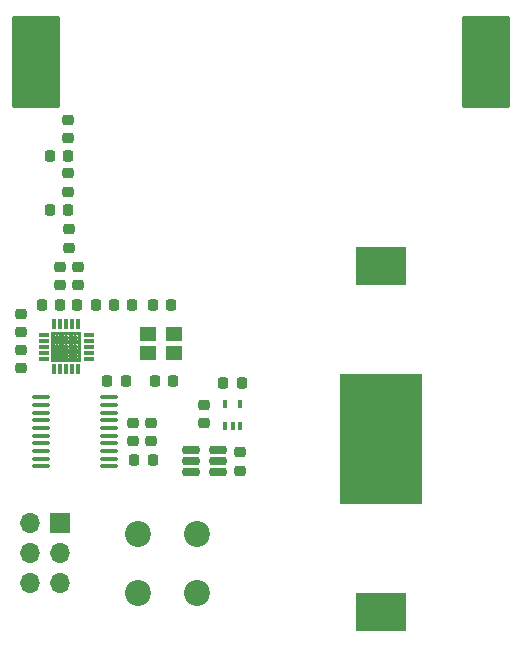
<source format=gbr>
%TF.GenerationSoftware,KiCad,Pcbnew,8.0.4*%
%TF.CreationDate,2024-10-14T16:37:58-05:00*%
%TF.ProjectId,Fob_Design_Files,466f625f-4465-4736-9967-6e5f46696c65,rev?*%
%TF.SameCoordinates,Original*%
%TF.FileFunction,Soldermask,Top*%
%TF.FilePolarity,Negative*%
%FSLAX46Y46*%
G04 Gerber Fmt 4.6, Leading zero omitted, Abs format (unit mm)*
G04 Created by KiCad (PCBNEW 8.0.4) date 2024-10-14 16:37:58*
%MOMM*%
%LPD*%
G01*
G04 APERTURE LIST*
G04 Aperture macros list*
%AMRoundRect*
0 Rectangle with rounded corners*
0 $1 Rounding radius*
0 $2 $3 $4 $5 $6 $7 $8 $9 X,Y pos of 4 corners*
0 Add a 4 corners polygon primitive as box body*
4,1,4,$2,$3,$4,$5,$6,$7,$8,$9,$2,$3,0*
0 Add four circle primitives for the rounded corners*
1,1,$1+$1,$2,$3*
1,1,$1+$1,$4,$5*
1,1,$1+$1,$6,$7*
1,1,$1+$1,$8,$9*
0 Add four rect primitives between the rounded corners*
20,1,$1+$1,$2,$3,$4,$5,0*
20,1,$1+$1,$4,$5,$6,$7,0*
20,1,$1+$1,$6,$7,$8,$9,0*
20,1,$1+$1,$8,$9,$2,$3,0*%
G04 Aperture macros list end*
%ADD10C,0.000000*%
%ADD11RoundRect,0.225000X-0.250000X0.225000X-0.250000X-0.225000X0.250000X-0.225000X0.250000X0.225000X0*%
%ADD12RoundRect,0.225000X0.250000X-0.225000X0.250000X0.225000X-0.250000X0.225000X-0.250000X-0.225000X0*%
%ADD13RoundRect,0.225000X0.225000X0.250000X-0.225000X0.250000X-0.225000X-0.250000X0.225000X-0.250000X0*%
%ADD14RoundRect,0.100000X0.637500X0.100000X-0.637500X0.100000X-0.637500X-0.100000X0.637500X-0.100000X0*%
%ADD15RoundRect,0.218750X0.256250X-0.218750X0.256250X0.218750X-0.256250X0.218750X-0.256250X-0.218750X0*%
%ADD16RoundRect,0.225000X-0.225000X-0.250000X0.225000X-0.250000X0.225000X0.250000X-0.225000X0.250000X0*%
%ADD17RoundRect,0.100000X0.100000X-0.225000X0.100000X0.225000X-0.100000X0.225000X-0.100000X-0.225000X0*%
%ADD18RoundRect,0.188500X-0.533500X-0.188500X0.533500X-0.188500X0.533500X0.188500X-0.533500X0.188500X0*%
%ADD19R,4.200000X3.200000*%
%ADD20R,7.000000X11.000000*%
%ADD21RoundRect,0.102000X-1.905000X-3.810000X1.905000X-3.810000X1.905000X3.810000X-1.905000X3.810000X0*%
%ADD22C,2.200000*%
%ADD23RoundRect,0.218750X0.218750X0.256250X-0.218750X0.256250X-0.218750X-0.256250X0.218750X-0.256250X0*%
%ADD24R,0.304800X0.952500*%
%ADD25R,0.952500X0.304800*%
%ADD26C,0.508000*%
%ADD27R,1.400000X1.200000*%
%ADD28R,1.700000X1.700000*%
%ADD29O,1.700000X1.700000*%
G04 APERTURE END LIST*
D10*
%TO.C,U2*%
G36*
X96513650Y-66203601D02*
G01*
X93973650Y-66203601D01*
X93973650Y-65921001D01*
X96513650Y-65921001D01*
X96513650Y-66203601D01*
G37*
G36*
X96513650Y-66991001D02*
G01*
X93973650Y-66991001D01*
X93973650Y-66603601D01*
X96513650Y-66603601D01*
X96513650Y-66991001D01*
G37*
G36*
X96513650Y-67778401D02*
G01*
X93973650Y-67778401D01*
X93973650Y-67391001D01*
X96513650Y-67391001D01*
X96513650Y-67778401D01*
G37*
G36*
X94256250Y-68461001D02*
G01*
X93973650Y-68461001D01*
X93973650Y-65921001D01*
X94256250Y-65921001D01*
X94256250Y-68461001D01*
G37*
G36*
X96513650Y-68461001D02*
G01*
X93973650Y-68461001D01*
X93973650Y-68178401D01*
X96513650Y-68178401D01*
X96513650Y-68461001D01*
G37*
G36*
X95043650Y-68461001D02*
G01*
X94656250Y-68461001D01*
X94656250Y-65921001D01*
X95043650Y-65921001D01*
X95043650Y-68461001D01*
G37*
G36*
X95831050Y-68461001D02*
G01*
X95443650Y-68461001D01*
X95443650Y-65921001D01*
X95831050Y-65921001D01*
X95831050Y-68461001D01*
G37*
G36*
X96513650Y-68461001D02*
G01*
X96231050Y-68461001D01*
X96231050Y-65921001D01*
X96513650Y-65921001D01*
X96513650Y-68461001D01*
G37*
%TD*%
D11*
%TO.C,C9*%
X110000000Y-76125000D03*
X110000000Y-77675000D03*
%TD*%
D12*
%TO.C,C10*%
X95422101Y-49523650D03*
X95422101Y-47973650D03*
%TD*%
D13*
%TO.C,C7*%
X104148000Y-63627000D03*
X102598000Y-63627000D03*
%TD*%
D14*
%TO.C,U4*%
X98844000Y-77328000D03*
X98844000Y-76678000D03*
X98844000Y-76028000D03*
X98844000Y-75378000D03*
X98844000Y-74728000D03*
X98844000Y-74078000D03*
X98844000Y-73428000D03*
X98844000Y-72778000D03*
X98844000Y-72128000D03*
X98844000Y-71478000D03*
X93119000Y-71478000D03*
X93119000Y-72128000D03*
X93119000Y-72778000D03*
X93119000Y-73428000D03*
X93119000Y-74078000D03*
X93119000Y-74728000D03*
X93119000Y-75378000D03*
X93119000Y-76028000D03*
X93119000Y-76678000D03*
X93119000Y-77328000D03*
%TD*%
D11*
%TO.C,C14*%
X96225500Y-60426000D03*
X96225500Y-61976000D03*
%TD*%
D13*
%TO.C,C12*%
X94714500Y-63627000D03*
X93164500Y-63627000D03*
%TD*%
D15*
%TO.C,R1*%
X91433650Y-65971901D03*
X91433650Y-64396901D03*
%TD*%
%TO.C,L4*%
X95422101Y-54095650D03*
X95422101Y-52520650D03*
%TD*%
D16*
%TO.C,C11*%
X93885101Y-51047650D03*
X95435101Y-51047650D03*
%TD*%
D17*
%TO.C,U5*%
X108682000Y-73909000D03*
X109332000Y-73909000D03*
X109982000Y-73909000D03*
X109982000Y-72009000D03*
X108682000Y-72009000D03*
%TD*%
D18*
%TO.C,U1*%
X105800000Y-75900000D03*
X105800000Y-76850000D03*
X105800000Y-77800000D03*
X108120000Y-77800000D03*
X108120000Y-76850000D03*
X108120000Y-75900000D03*
%TD*%
D19*
%TO.C,U3*%
X121920000Y-89625000D03*
X121920000Y-60325000D03*
D20*
X121920000Y-74975000D03*
%TD*%
D21*
%TO.C,E1*%
X92700000Y-43053000D03*
X130800000Y-43053000D03*
%TD*%
D16*
%TO.C,C6*%
X102725000Y-70104000D03*
X104275000Y-70104000D03*
%TD*%
D15*
%TO.C,L2*%
X95463500Y-58826500D03*
X95463500Y-57251500D03*
%TD*%
D16*
%TO.C,C2*%
X108559000Y-70231000D03*
X110109000Y-70231000D03*
%TD*%
D22*
%TO.C,S1*%
X106299000Y-88058000D03*
X106299000Y-83058000D03*
X101299000Y-88058000D03*
X101299000Y-83058000D03*
%TD*%
D15*
%TO.C,L1*%
X94701500Y-62001500D03*
X94701500Y-60426500D03*
%TD*%
D23*
%TO.C,R2*%
X102587500Y-76813000D03*
X101012500Y-76813000D03*
%TD*%
D11*
%TO.C,C8*%
X91433650Y-67457401D03*
X91433650Y-69007401D03*
%TD*%
D24*
%TO.C,U2*%
X94243649Y-69089651D03*
X94743651Y-69089651D03*
X95243650Y-69089651D03*
X95743649Y-69089651D03*
X96243651Y-69089651D03*
D25*
X97142300Y-68191002D03*
X97142300Y-67691000D03*
X97142300Y-67191001D03*
X97142300Y-66691002D03*
X97142300Y-66191000D03*
D24*
X96243651Y-65292351D03*
X95743649Y-65292351D03*
X95243650Y-65292351D03*
X94743651Y-65292351D03*
X94243649Y-65292351D03*
D25*
X93345000Y-66191000D03*
X93345000Y-66691002D03*
X93345000Y-67191001D03*
X93345000Y-67691000D03*
X93345000Y-68191002D03*
D26*
X94456250Y-67978401D03*
X95243650Y-67941001D03*
X95993650Y-67941001D03*
X94493650Y-67191001D03*
X95243650Y-67191001D03*
X95993650Y-67191001D03*
X94493650Y-66441001D03*
X95243650Y-66441001D03*
X95993650Y-66441001D03*
%TD*%
D12*
%TO.C,C1*%
X106934000Y-73673000D03*
X106934000Y-72123000D03*
%TD*%
D23*
%TO.C,L3*%
X97775000Y-63627000D03*
X96200000Y-63627000D03*
%TD*%
D12*
%TO.C,C3*%
X102400000Y-75175000D03*
X102400000Y-73625000D03*
%TD*%
D16*
%TO.C,C5*%
X98725000Y-70100000D03*
X100275000Y-70100000D03*
%TD*%
D27*
%TO.C,Y1*%
X102189000Y-67691000D03*
X104389000Y-67691000D03*
X104389000Y-66091000D03*
X102189000Y-66091000D03*
%TD*%
D12*
%TO.C,C4*%
X100876000Y-75175000D03*
X100876000Y-73625000D03*
%TD*%
D13*
%TO.C,C13*%
X100810500Y-63627000D03*
X99260500Y-63627000D03*
%TD*%
D16*
%TO.C,C15*%
X93872101Y-55619650D03*
X95422101Y-55619650D03*
%TD*%
D28*
%TO.C,J1*%
X94740000Y-82120000D03*
D29*
X92200000Y-82120000D03*
X94740000Y-84660000D03*
X92200000Y-84660000D03*
X94740000Y-87200000D03*
X92200000Y-87200000D03*
%TD*%
M02*

</source>
